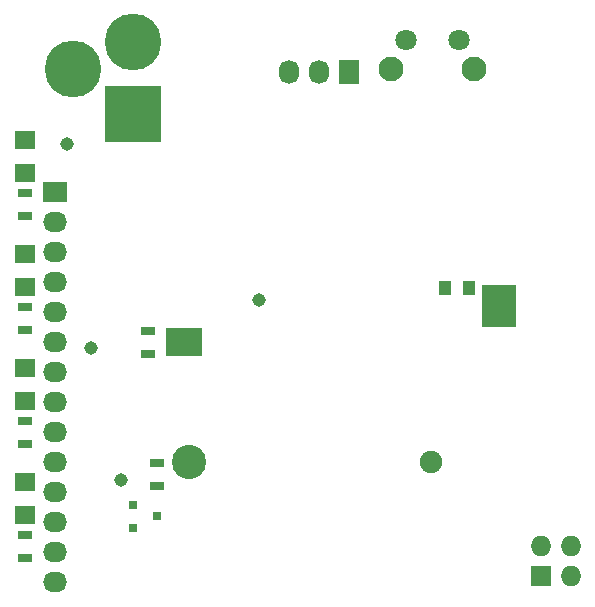
<source format=gbs>
G04 #@! TF.FileFunction,Soldermask,Bot*
%FSLAX46Y46*%
G04 Gerber Fmt 4.6, Leading zero omitted, Abs format (unit mm)*
G04 Created by KiCad (PCBNEW 4.0.0-2.201512091501+6195~38~ubuntu14.04.1-stable) date Wed 16 Dec 2015 16:03:56 GMT*
%MOMM*%
G01*
G04 APERTURE LIST*
%ADD10C,0.100000*%
%ADD11R,1.800860X1.597660*%
%ADD12R,0.800100X0.800100*%
%ADD13C,2.900000*%
%ADD14C,1.900000*%
%ADD15C,4.800600*%
%ADD16R,4.800600X4.800600*%
%ADD17R,1.727200X2.032000*%
%ADD18O,1.727200X2.032000*%
%ADD19C,1.800000*%
%ADD20C,2.100000*%
%ADD21R,1.000000X1.250000*%
%ADD22R,1.300000X0.700000*%
%ADD23R,3.100000X2.400000*%
%ADD24C,1.143000*%
%ADD25R,3.000000X3.600000*%
%ADD26R,2.032000X1.727200*%
%ADD27O,2.032000X1.727200*%
%ADD28R,1.727200X1.727200*%
%ADD29O,1.727200X1.727200*%
G04 APERTURE END LIST*
D10*
D11*
X101600000Y-113687860D03*
X101600000Y-110848140D03*
X101600000Y-142643860D03*
X101600000Y-139804140D03*
X101600000Y-132991860D03*
X101600000Y-130152140D03*
X101600000Y-123339860D03*
X101600000Y-120500140D03*
D12*
X110759240Y-143698000D03*
X110759240Y-141798000D03*
X112758220Y-142748000D03*
D13*
X115484000Y-138176000D03*
D14*
X135984000Y-138176000D03*
D15*
X110744000Y-102616000D03*
D16*
X110744000Y-108712000D03*
D15*
X105664000Y-104902000D03*
D17*
X129032000Y-105156000D03*
D18*
X126492000Y-105156000D03*
X123952000Y-105156000D03*
D19*
X138394000Y-102382000D03*
X133894000Y-102382000D03*
D20*
X139644000Y-104882000D03*
X132644000Y-104882000D03*
D21*
X137176000Y-123444000D03*
X139176000Y-123444000D03*
D22*
X112776000Y-140142000D03*
X112776000Y-138242000D03*
X112014000Y-127066000D03*
X112014000Y-128966000D03*
D23*
X115062000Y-128016000D03*
D22*
X101600000Y-117282000D03*
X101600000Y-115382000D03*
X101600000Y-136586000D03*
X101600000Y-134686000D03*
X101600000Y-146238000D03*
X101600000Y-144338000D03*
X101600000Y-126934000D03*
X101600000Y-125034000D03*
D24*
X105156000Y-111252000D03*
X121412000Y-124460000D03*
X109728000Y-139700000D03*
X107188000Y-128524000D03*
D25*
X141732000Y-124968000D03*
D26*
X104140000Y-115316000D03*
D27*
X104140000Y-117856000D03*
X104140000Y-120396000D03*
X104140000Y-122936000D03*
X104140000Y-125476000D03*
X104140000Y-128016000D03*
X104140000Y-130556000D03*
X104140000Y-133096000D03*
X104140000Y-135636000D03*
X104140000Y-138176000D03*
X104140000Y-140716000D03*
X104140000Y-143256000D03*
X104140000Y-145796000D03*
X104140000Y-148336000D03*
D28*
X145288000Y-147828000D03*
D29*
X145288000Y-145288000D03*
X147828000Y-147828000D03*
X147828000Y-145288000D03*
M02*

</source>
